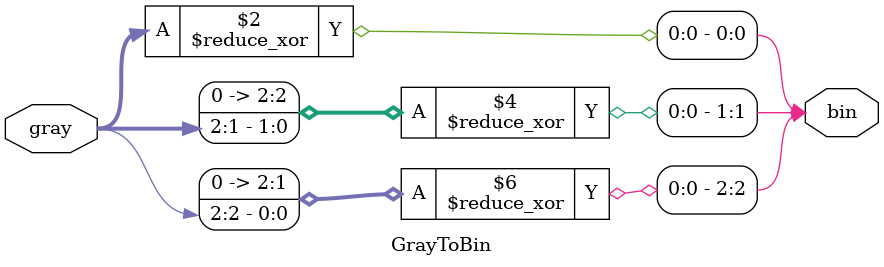
<source format=sv>
`ifndef BRGTC6_GRAY_TO_BIN
`define BRGTC6_GRAY_TO_BIN

module GrayToBin #(
    parameter p_bit_width = 3
) (
    input   logic [p_bit_width-1:0]   gray,
    output  logic [p_bit_width-1:0]   bin
);
    genvar i;
    generate
        for(i=0; i < p_bit_width; i++) begin : l_gen_loop
            assign bin[i] = ^(gray >> i);
        end
    endgenerate

endmodule

`endif /* BRGTC6_GRAY_TO_BIN */

</source>
